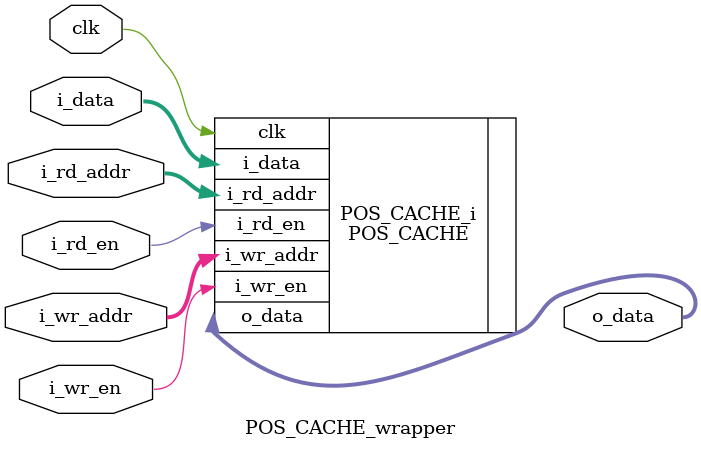
<source format=v>
`timescale 1 ps / 1 ps

module POS_CACHE_wrapper
   (clk,
    i_data,
    i_rd_addr,
    i_rd_en,
    i_wr_addr,
    i_wr_en,
    o_data);
  input clk;
  input [71:0]i_data;
  input [8:0]i_rd_addr;
  input i_rd_en;
  input [8:0]i_wr_addr;
  input i_wr_en;
  output [71:0]o_data;

  wire clk;
  wire [71:0]i_data;
  wire [8:0]i_rd_addr;
  wire i_rd_en;
  wire [8:0]i_wr_addr;
  wire i_wr_en;
  wire [71:0]o_data;

  POS_CACHE POS_CACHE_i
       (.clk(clk),
        .i_data(i_data),
        .i_rd_addr(i_rd_addr),
        .i_rd_en(i_rd_en),
        .i_wr_addr(i_wr_addr),
        .i_wr_en(i_wr_en),
        .o_data(o_data));
endmodule

</source>
